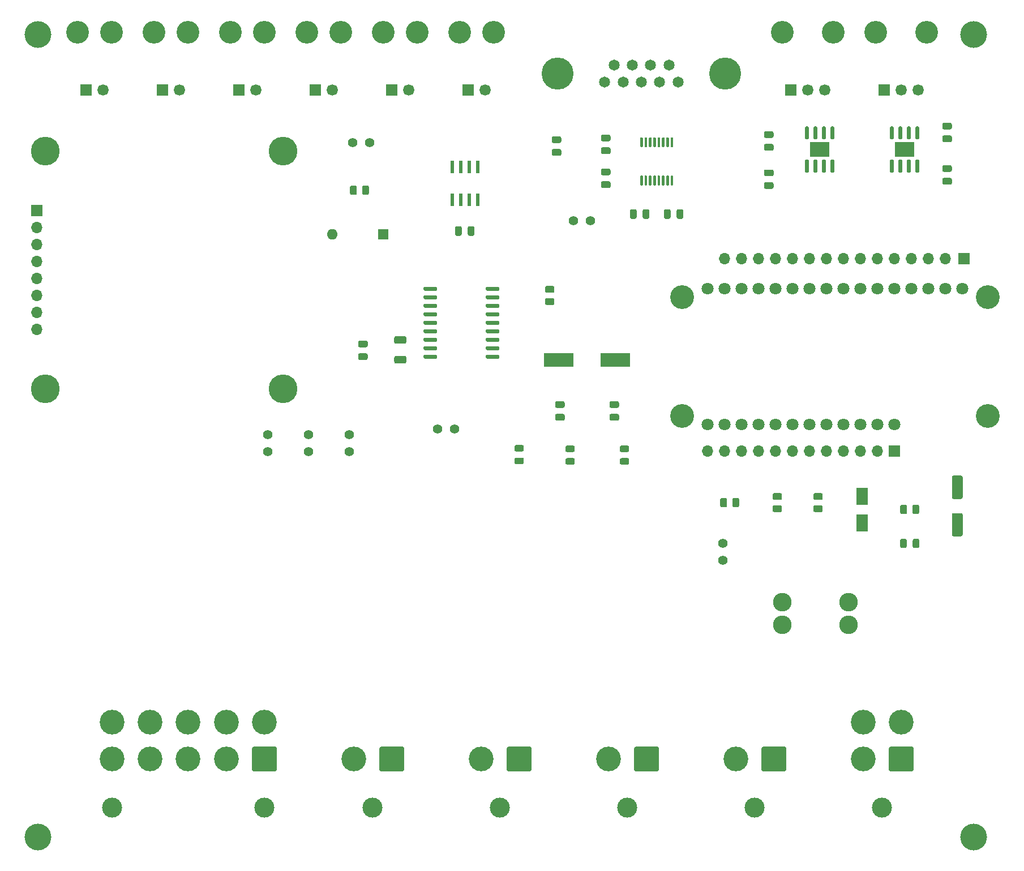
<source format=gts>
G04 #@! TF.GenerationSoftware,KiCad,Pcbnew,(5.1.9-0-10_14)*
G04 #@! TF.CreationDate,2021-09-09T18:13:48-07:00*
G04 #@! TF.ProjectId,telemetry-pcb,74656c65-6d65-4747-9279-2d7063622e6b,rev?*
G04 #@! TF.SameCoordinates,Original*
G04 #@! TF.FileFunction,Soldermask,Top*
G04 #@! TF.FilePolarity,Negative*
%FSLAX46Y46*%
G04 Gerber Fmt 4.6, Leading zero omitted, Abs format (unit mm)*
G04 Created by KiCad (PCBNEW (5.1.9-0-10_14)) date 2021-09-09 18:13:48*
%MOMM*%
%LPD*%
G01*
G04 APERTURE LIST*
%ADD10C,1.400000*%
%ADD11O,1.700000X1.700000*%
%ADD12R,1.700000X1.700000*%
%ADD13O,4.300000X4.300000*%
%ADD14C,4.300000*%
%ADD15O,1.600000X1.600000*%
%ADD16R,1.600000X1.600000*%
%ADD17C,1.800000*%
%ADD18C,3.556000*%
%ADD19R,4.500000X2.000000*%
%ADD20C,3.400000*%
%ADD21C,1.690000*%
%ADD22R,1.690000X1.690000*%
%ADD23C,4.800000*%
%ADD24C,1.650000*%
%ADD25C,3.000000*%
%ADD26C,3.700000*%
%ADD27R,3.000000X2.290000*%
%ADD28R,0.600000X1.970000*%
%ADD29C,4.000000*%
%ADD30C,2.780000*%
%ADD31R,1.800000X2.500000*%
G04 APERTURE END LIST*
G36*
G01*
X185820000Y-96462002D02*
X185820000Y-95561998D01*
G75*
G02*
X186069998Y-95312000I249998J0D01*
G01*
X186595002Y-95312000D01*
G75*
G02*
X186845000Y-95561998I0J-249998D01*
G01*
X186845000Y-96462002D01*
G75*
G02*
X186595002Y-96712000I-249998J0D01*
G01*
X186069998Y-96712000D01*
G75*
G02*
X185820000Y-96462002I0J249998D01*
G01*
G37*
G36*
G01*
X183995000Y-96462002D02*
X183995000Y-95561998D01*
G75*
G02*
X184244998Y-95312000I249998J0D01*
G01*
X184770002Y-95312000D01*
G75*
G02*
X185020000Y-95561998I0J-249998D01*
G01*
X185020000Y-96462002D01*
G75*
G02*
X184770002Y-96712000I-249998J0D01*
G01*
X184244998Y-96712000D01*
G75*
G02*
X183995000Y-96462002I0J249998D01*
G01*
G37*
G36*
G01*
X158096000Y-94545998D02*
X158096000Y-95446002D01*
G75*
G02*
X157846002Y-95696000I-249998J0D01*
G01*
X157320998Y-95696000D01*
G75*
G02*
X157071000Y-95446002I0J249998D01*
G01*
X157071000Y-94545998D01*
G75*
G02*
X157320998Y-94296000I249998J0D01*
G01*
X157846002Y-94296000D01*
G75*
G02*
X158096000Y-94545998I0J-249998D01*
G01*
G37*
G36*
G01*
X159921000Y-94545998D02*
X159921000Y-95446002D01*
G75*
G02*
X159671002Y-95696000I-249998J0D01*
G01*
X159145998Y-95696000D01*
G75*
G02*
X158896000Y-95446002I0J249998D01*
G01*
X158896000Y-94545998D01*
G75*
G02*
X159145998Y-94296000I249998J0D01*
G01*
X159671002Y-94296000D01*
G75*
G02*
X159921000Y-94545998I0J-249998D01*
G01*
G37*
G36*
G01*
X165157998Y-95396000D02*
X166058002Y-95396000D01*
G75*
G02*
X166308000Y-95645998I0J-249998D01*
G01*
X166308000Y-96171002D01*
G75*
G02*
X166058002Y-96421000I-249998J0D01*
G01*
X165157998Y-96421000D01*
G75*
G02*
X164908000Y-96171002I0J249998D01*
G01*
X164908000Y-95645998D01*
G75*
G02*
X165157998Y-95396000I249998J0D01*
G01*
G37*
G36*
G01*
X165157998Y-93571000D02*
X166058002Y-93571000D01*
G75*
G02*
X166308000Y-93820998I0J-249998D01*
G01*
X166308000Y-94346002D01*
G75*
G02*
X166058002Y-94596000I-249998J0D01*
G01*
X165157998Y-94596000D01*
G75*
G02*
X164908000Y-94346002I0J249998D01*
G01*
X164908000Y-93820998D01*
G75*
G02*
X165157998Y-93571000I249998J0D01*
G01*
G37*
G36*
G01*
X171253998Y-95396000D02*
X172154002Y-95396000D01*
G75*
G02*
X172404000Y-95645998I0J-249998D01*
G01*
X172404000Y-96171002D01*
G75*
G02*
X172154002Y-96421000I-249998J0D01*
G01*
X171253998Y-96421000D01*
G75*
G02*
X171004000Y-96171002I0J249998D01*
G01*
X171004000Y-95645998D01*
G75*
G02*
X171253998Y-95396000I249998J0D01*
G01*
G37*
G36*
G01*
X171253998Y-93571000D02*
X172154002Y-93571000D01*
G75*
G02*
X172404000Y-93820998I0J-249998D01*
G01*
X172404000Y-94346002D01*
G75*
G02*
X172154002Y-94596000I-249998J0D01*
G01*
X171253998Y-94596000D01*
G75*
G02*
X171004000Y-94346002I0J249998D01*
G01*
X171004000Y-93820998D01*
G75*
G02*
X171253998Y-93571000I249998J0D01*
G01*
G37*
G36*
G01*
X143204250Y-87434000D02*
X142291750Y-87434000D01*
G75*
G02*
X142048000Y-87190250I0J243750D01*
G01*
X142048000Y-86702750D01*
G75*
G02*
X142291750Y-86459000I243750J0D01*
G01*
X143204250Y-86459000D01*
G75*
G02*
X143448000Y-86702750I0J-243750D01*
G01*
X143448000Y-87190250D01*
G75*
G02*
X143204250Y-87434000I-243750J0D01*
G01*
G37*
G36*
G01*
X143204250Y-89309000D02*
X142291750Y-89309000D01*
G75*
G02*
X142048000Y-89065250I0J243750D01*
G01*
X142048000Y-88577750D01*
G75*
G02*
X142291750Y-88334000I243750J0D01*
G01*
X143204250Y-88334000D01*
G75*
G02*
X143448000Y-88577750I0J-243750D01*
G01*
X143448000Y-89065250D01*
G75*
G02*
X143204250Y-89309000I-243750J0D01*
G01*
G37*
G36*
G01*
X135076250Y-87434000D02*
X134163750Y-87434000D01*
G75*
G02*
X133920000Y-87190250I0J243750D01*
G01*
X133920000Y-86702750D01*
G75*
G02*
X134163750Y-86459000I243750J0D01*
G01*
X135076250Y-86459000D01*
G75*
G02*
X135320000Y-86702750I0J-243750D01*
G01*
X135320000Y-87190250D01*
G75*
G02*
X135076250Y-87434000I-243750J0D01*
G01*
G37*
G36*
G01*
X135076250Y-89309000D02*
X134163750Y-89309000D01*
G75*
G02*
X133920000Y-89065250I0J243750D01*
G01*
X133920000Y-88577750D01*
G75*
G02*
X134163750Y-88334000I243750J0D01*
G01*
X135076250Y-88334000D01*
G75*
G02*
X135320000Y-88577750I0J-243750D01*
G01*
X135320000Y-89065250D01*
G75*
G02*
X135076250Y-89309000I-243750J0D01*
G01*
G37*
G36*
G01*
X127456250Y-87355500D02*
X126543750Y-87355500D01*
G75*
G02*
X126300000Y-87111750I0J243750D01*
G01*
X126300000Y-86624250D01*
G75*
G02*
X126543750Y-86380500I243750J0D01*
G01*
X127456250Y-86380500D01*
G75*
G02*
X127700000Y-86624250I0J-243750D01*
G01*
X127700000Y-87111750D01*
G75*
G02*
X127456250Y-87355500I-243750J0D01*
G01*
G37*
G36*
G01*
X127456250Y-89230500D02*
X126543750Y-89230500D01*
G75*
G02*
X126300000Y-88986750I0J243750D01*
G01*
X126300000Y-88499250D01*
G75*
G02*
X126543750Y-88255500I243750J0D01*
G01*
X127456250Y-88255500D01*
G75*
G02*
X127700000Y-88499250I0J-243750D01*
G01*
X127700000Y-88986750D01*
G75*
G02*
X127456250Y-89230500I-243750J0D01*
G01*
G37*
G36*
G01*
X185870000Y-101548250D02*
X185870000Y-100635750D01*
G75*
G02*
X186113750Y-100392000I243750J0D01*
G01*
X186601250Y-100392000D01*
G75*
G02*
X186845000Y-100635750I0J-243750D01*
G01*
X186845000Y-101548250D01*
G75*
G02*
X186601250Y-101792000I-243750J0D01*
G01*
X186113750Y-101792000D01*
G75*
G02*
X185870000Y-101548250I0J243750D01*
G01*
G37*
G36*
G01*
X183995000Y-101548250D02*
X183995000Y-100635750D01*
G75*
G02*
X184238750Y-100392000I243750J0D01*
G01*
X184726250Y-100392000D01*
G75*
G02*
X184970000Y-100635750I0J-243750D01*
G01*
X184970000Y-101548250D01*
G75*
G02*
X184726250Y-101792000I-243750J0D01*
G01*
X184238750Y-101792000D01*
G75*
G02*
X183995000Y-101548250I0J243750D01*
G01*
G37*
D10*
X101600000Y-84836000D03*
X101600000Y-87376000D03*
X95504000Y-84836000D03*
X95504000Y-87376000D03*
X89408000Y-84836000D03*
X89408000Y-87376000D03*
D11*
X54864000Y-69088000D03*
X54864000Y-66548000D03*
X54864000Y-64008000D03*
X54864000Y-61468000D03*
X54864000Y-58928000D03*
X54864000Y-56388000D03*
X54864000Y-53848000D03*
D12*
X54864000Y-51308000D03*
D13*
X56134000Y-42418000D03*
D14*
X91694000Y-42418000D03*
D13*
X91694000Y-77978000D03*
X56134000Y-77978000D03*
D11*
X155192607Y-87319463D03*
X157732607Y-87319463D03*
X160272607Y-87319463D03*
X162812607Y-87319463D03*
X165352607Y-87319463D03*
X167892607Y-87319463D03*
X170432607Y-87319463D03*
X172972607Y-87319463D03*
X175512607Y-87319463D03*
X178052607Y-87319463D03*
X180592607Y-87319463D03*
D12*
X183132607Y-87319463D03*
D11*
X157735235Y-58506104D03*
X160275235Y-58506104D03*
X162815235Y-58506104D03*
X165355235Y-58506104D03*
X167895235Y-58506104D03*
X170435235Y-58506104D03*
X172975235Y-58506104D03*
X175515235Y-58506104D03*
X178055235Y-58506104D03*
X180595235Y-58506104D03*
X183135235Y-58506104D03*
X185675235Y-58506104D03*
X188215235Y-58506104D03*
X190755235Y-58506104D03*
D12*
X193513235Y-58506104D03*
D15*
X99060000Y-54864000D03*
D16*
X106680000Y-54864000D03*
D17*
X183134000Y-83312000D03*
X180594000Y-83312000D03*
X178054000Y-83312000D03*
X175514000Y-83312000D03*
X172974000Y-83312000D03*
X170434000Y-83312000D03*
X167894000Y-83312000D03*
X165354000Y-83312000D03*
X162814000Y-83312000D03*
X160274000Y-83312000D03*
X157734000Y-83312000D03*
X155194000Y-83312000D03*
X155194000Y-62992000D03*
X157734000Y-62992000D03*
X160274000Y-62992000D03*
X162814000Y-62992000D03*
X165354000Y-62992000D03*
X167894000Y-62992000D03*
X170434000Y-62992000D03*
X172974000Y-62992000D03*
X175514000Y-62992000D03*
X178054000Y-62992000D03*
X180594000Y-62992000D03*
X183134000Y-62992000D03*
X185674000Y-62992000D03*
X188214000Y-62992000D03*
X190754000Y-62992000D03*
X193294000Y-62992000D03*
D18*
X151384000Y-64262000D03*
X197104000Y-64262000D03*
X151384000Y-82042000D03*
X197104000Y-82042000D03*
D19*
X141410000Y-73660000D03*
X132910000Y-73660000D03*
D20*
X166370000Y-24605000D03*
X173990000Y-24605000D03*
D21*
X172720000Y-33245000D03*
X170180000Y-33245000D03*
D22*
X167640000Y-33245000D03*
D20*
X180340000Y-24605000D03*
X187960000Y-24605000D03*
D21*
X186690000Y-33245000D03*
X184150000Y-33245000D03*
D22*
X181610000Y-33245000D03*
D23*
X132788000Y-30850000D03*
X157788000Y-30850000D03*
D24*
X141178000Y-29580000D03*
X143918000Y-29580000D03*
X146658000Y-29580000D03*
X149398000Y-29580000D03*
X139808000Y-32120000D03*
X142548000Y-32120000D03*
X145288000Y-32120000D03*
X148028000Y-32120000D03*
X150768000Y-32120000D03*
D25*
X162250000Y-140650000D03*
D26*
X159400000Y-133350000D03*
G36*
G01*
X166950000Y-131750000D02*
X166950000Y-134950000D01*
G75*
G02*
X166700000Y-135200000I-250000J0D01*
G01*
X163500000Y-135200000D01*
G75*
G02*
X163250000Y-134950000I0J250000D01*
G01*
X163250000Y-131750000D01*
G75*
G02*
X163500000Y-131500000I250000J0D01*
G01*
X166700000Y-131500000D01*
G75*
G02*
X166950000Y-131750000I0J-250000D01*
G01*
G37*
D25*
X143200000Y-140650000D03*
D26*
X140350000Y-133350000D03*
G36*
G01*
X147900000Y-131750000D02*
X147900000Y-134950000D01*
G75*
G02*
X147650000Y-135200000I-250000J0D01*
G01*
X144450000Y-135200000D01*
G75*
G02*
X144200000Y-134950000I0J250000D01*
G01*
X144200000Y-131750000D01*
G75*
G02*
X144450000Y-131500000I250000J0D01*
G01*
X147650000Y-131500000D01*
G75*
G02*
X147900000Y-131750000I0J-250000D01*
G01*
G37*
D25*
X124150000Y-140650000D03*
D26*
X121300000Y-133350000D03*
G36*
G01*
X128850000Y-131750000D02*
X128850000Y-134950000D01*
G75*
G02*
X128600000Y-135200000I-250000J0D01*
G01*
X125400000Y-135200000D01*
G75*
G02*
X125150000Y-134950000I0J250000D01*
G01*
X125150000Y-131750000D01*
G75*
G02*
X125400000Y-131500000I250000J0D01*
G01*
X128600000Y-131500000D01*
G75*
G02*
X128850000Y-131750000I0J-250000D01*
G01*
G37*
D25*
X105100000Y-140650000D03*
D26*
X102250000Y-133350000D03*
G36*
G01*
X109800000Y-131750000D02*
X109800000Y-134950000D01*
G75*
G02*
X109550000Y-135200000I-250000J0D01*
G01*
X106350000Y-135200000D01*
G75*
G02*
X106100000Y-134950000I0J250000D01*
G01*
X106100000Y-131750000D01*
G75*
G02*
X106350000Y-131500000I250000J0D01*
G01*
X109550000Y-131500000D01*
G75*
G02*
X109800000Y-131750000I0J-250000D01*
G01*
G37*
G36*
G01*
X145399000Y-41817000D02*
X145199000Y-41817000D01*
G75*
G02*
X145099000Y-41717000I0J100000D01*
G01*
X145099000Y-40442000D01*
G75*
G02*
X145199000Y-40342000I100000J0D01*
G01*
X145399000Y-40342000D01*
G75*
G02*
X145499000Y-40442000I0J-100000D01*
G01*
X145499000Y-41717000D01*
G75*
G02*
X145399000Y-41817000I-100000J0D01*
G01*
G37*
G36*
G01*
X146049000Y-41817000D02*
X145849000Y-41817000D01*
G75*
G02*
X145749000Y-41717000I0J100000D01*
G01*
X145749000Y-40442000D01*
G75*
G02*
X145849000Y-40342000I100000J0D01*
G01*
X146049000Y-40342000D01*
G75*
G02*
X146149000Y-40442000I0J-100000D01*
G01*
X146149000Y-41717000D01*
G75*
G02*
X146049000Y-41817000I-100000J0D01*
G01*
G37*
G36*
G01*
X146699000Y-41817000D02*
X146499000Y-41817000D01*
G75*
G02*
X146399000Y-41717000I0J100000D01*
G01*
X146399000Y-40442000D01*
G75*
G02*
X146499000Y-40342000I100000J0D01*
G01*
X146699000Y-40342000D01*
G75*
G02*
X146799000Y-40442000I0J-100000D01*
G01*
X146799000Y-41717000D01*
G75*
G02*
X146699000Y-41817000I-100000J0D01*
G01*
G37*
G36*
G01*
X147349000Y-41817000D02*
X147149000Y-41817000D01*
G75*
G02*
X147049000Y-41717000I0J100000D01*
G01*
X147049000Y-40442000D01*
G75*
G02*
X147149000Y-40342000I100000J0D01*
G01*
X147349000Y-40342000D01*
G75*
G02*
X147449000Y-40442000I0J-100000D01*
G01*
X147449000Y-41717000D01*
G75*
G02*
X147349000Y-41817000I-100000J0D01*
G01*
G37*
G36*
G01*
X147999000Y-41817000D02*
X147799000Y-41817000D01*
G75*
G02*
X147699000Y-41717000I0J100000D01*
G01*
X147699000Y-40442000D01*
G75*
G02*
X147799000Y-40342000I100000J0D01*
G01*
X147999000Y-40342000D01*
G75*
G02*
X148099000Y-40442000I0J-100000D01*
G01*
X148099000Y-41717000D01*
G75*
G02*
X147999000Y-41817000I-100000J0D01*
G01*
G37*
G36*
G01*
X148649000Y-41817000D02*
X148449000Y-41817000D01*
G75*
G02*
X148349000Y-41717000I0J100000D01*
G01*
X148349000Y-40442000D01*
G75*
G02*
X148449000Y-40342000I100000J0D01*
G01*
X148649000Y-40342000D01*
G75*
G02*
X148749000Y-40442000I0J-100000D01*
G01*
X148749000Y-41717000D01*
G75*
G02*
X148649000Y-41817000I-100000J0D01*
G01*
G37*
G36*
G01*
X149299000Y-41817000D02*
X149099000Y-41817000D01*
G75*
G02*
X148999000Y-41717000I0J100000D01*
G01*
X148999000Y-40442000D01*
G75*
G02*
X149099000Y-40342000I100000J0D01*
G01*
X149299000Y-40342000D01*
G75*
G02*
X149399000Y-40442000I0J-100000D01*
G01*
X149399000Y-41717000D01*
G75*
G02*
X149299000Y-41817000I-100000J0D01*
G01*
G37*
G36*
G01*
X149949000Y-41817000D02*
X149749000Y-41817000D01*
G75*
G02*
X149649000Y-41717000I0J100000D01*
G01*
X149649000Y-40442000D01*
G75*
G02*
X149749000Y-40342000I100000J0D01*
G01*
X149949000Y-40342000D01*
G75*
G02*
X150049000Y-40442000I0J-100000D01*
G01*
X150049000Y-41717000D01*
G75*
G02*
X149949000Y-41817000I-100000J0D01*
G01*
G37*
G36*
G01*
X149949000Y-47542000D02*
X149749000Y-47542000D01*
G75*
G02*
X149649000Y-47442000I0J100000D01*
G01*
X149649000Y-46167000D01*
G75*
G02*
X149749000Y-46067000I100000J0D01*
G01*
X149949000Y-46067000D01*
G75*
G02*
X150049000Y-46167000I0J-100000D01*
G01*
X150049000Y-47442000D01*
G75*
G02*
X149949000Y-47542000I-100000J0D01*
G01*
G37*
G36*
G01*
X149299000Y-47542000D02*
X149099000Y-47542000D01*
G75*
G02*
X148999000Y-47442000I0J100000D01*
G01*
X148999000Y-46167000D01*
G75*
G02*
X149099000Y-46067000I100000J0D01*
G01*
X149299000Y-46067000D01*
G75*
G02*
X149399000Y-46167000I0J-100000D01*
G01*
X149399000Y-47442000D01*
G75*
G02*
X149299000Y-47542000I-100000J0D01*
G01*
G37*
G36*
G01*
X148649000Y-47542000D02*
X148449000Y-47542000D01*
G75*
G02*
X148349000Y-47442000I0J100000D01*
G01*
X148349000Y-46167000D01*
G75*
G02*
X148449000Y-46067000I100000J0D01*
G01*
X148649000Y-46067000D01*
G75*
G02*
X148749000Y-46167000I0J-100000D01*
G01*
X148749000Y-47442000D01*
G75*
G02*
X148649000Y-47542000I-100000J0D01*
G01*
G37*
G36*
G01*
X147999000Y-47542000D02*
X147799000Y-47542000D01*
G75*
G02*
X147699000Y-47442000I0J100000D01*
G01*
X147699000Y-46167000D01*
G75*
G02*
X147799000Y-46067000I100000J0D01*
G01*
X147999000Y-46067000D01*
G75*
G02*
X148099000Y-46167000I0J-100000D01*
G01*
X148099000Y-47442000D01*
G75*
G02*
X147999000Y-47542000I-100000J0D01*
G01*
G37*
G36*
G01*
X147349000Y-47542000D02*
X147149000Y-47542000D01*
G75*
G02*
X147049000Y-47442000I0J100000D01*
G01*
X147049000Y-46167000D01*
G75*
G02*
X147149000Y-46067000I100000J0D01*
G01*
X147349000Y-46067000D01*
G75*
G02*
X147449000Y-46167000I0J-100000D01*
G01*
X147449000Y-47442000D01*
G75*
G02*
X147349000Y-47542000I-100000J0D01*
G01*
G37*
G36*
G01*
X146699000Y-47542000D02*
X146499000Y-47542000D01*
G75*
G02*
X146399000Y-47442000I0J100000D01*
G01*
X146399000Y-46167000D01*
G75*
G02*
X146499000Y-46067000I100000J0D01*
G01*
X146699000Y-46067000D01*
G75*
G02*
X146799000Y-46167000I0J-100000D01*
G01*
X146799000Y-47442000D01*
G75*
G02*
X146699000Y-47542000I-100000J0D01*
G01*
G37*
G36*
G01*
X146049000Y-47542000D02*
X145849000Y-47542000D01*
G75*
G02*
X145749000Y-47442000I0J100000D01*
G01*
X145749000Y-46167000D01*
G75*
G02*
X145849000Y-46067000I100000J0D01*
G01*
X146049000Y-46067000D01*
G75*
G02*
X146149000Y-46167000I0J-100000D01*
G01*
X146149000Y-47442000D01*
G75*
G02*
X146049000Y-47542000I-100000J0D01*
G01*
G37*
G36*
G01*
X145399000Y-47542000D02*
X145199000Y-47542000D01*
G75*
G02*
X145099000Y-47442000I0J100000D01*
G01*
X145099000Y-46167000D01*
G75*
G02*
X145199000Y-46067000I100000J0D01*
G01*
X145399000Y-46067000D01*
G75*
G02*
X145499000Y-46167000I0J-100000D01*
G01*
X145499000Y-47442000D01*
G75*
G02*
X145399000Y-47542000I-100000J0D01*
G01*
G37*
D27*
X171958000Y-42164000D03*
G36*
G01*
X173713000Y-43664000D02*
X174013000Y-43664000D01*
G75*
G02*
X174163000Y-43814000I0J-150000D01*
G01*
X174163000Y-45464000D01*
G75*
G02*
X174013000Y-45614000I-150000J0D01*
G01*
X173713000Y-45614000D01*
G75*
G02*
X173563000Y-45464000I0J150000D01*
G01*
X173563000Y-43814000D01*
G75*
G02*
X173713000Y-43664000I150000J0D01*
G01*
G37*
G36*
G01*
X172443000Y-43664000D02*
X172743000Y-43664000D01*
G75*
G02*
X172893000Y-43814000I0J-150000D01*
G01*
X172893000Y-45464000D01*
G75*
G02*
X172743000Y-45614000I-150000J0D01*
G01*
X172443000Y-45614000D01*
G75*
G02*
X172293000Y-45464000I0J150000D01*
G01*
X172293000Y-43814000D01*
G75*
G02*
X172443000Y-43664000I150000J0D01*
G01*
G37*
G36*
G01*
X171173000Y-43664000D02*
X171473000Y-43664000D01*
G75*
G02*
X171623000Y-43814000I0J-150000D01*
G01*
X171623000Y-45464000D01*
G75*
G02*
X171473000Y-45614000I-150000J0D01*
G01*
X171173000Y-45614000D01*
G75*
G02*
X171023000Y-45464000I0J150000D01*
G01*
X171023000Y-43814000D01*
G75*
G02*
X171173000Y-43664000I150000J0D01*
G01*
G37*
G36*
G01*
X169903000Y-43664000D02*
X170203000Y-43664000D01*
G75*
G02*
X170353000Y-43814000I0J-150000D01*
G01*
X170353000Y-45464000D01*
G75*
G02*
X170203000Y-45614000I-150000J0D01*
G01*
X169903000Y-45614000D01*
G75*
G02*
X169753000Y-45464000I0J150000D01*
G01*
X169753000Y-43814000D01*
G75*
G02*
X169903000Y-43664000I150000J0D01*
G01*
G37*
G36*
G01*
X169903000Y-38714000D02*
X170203000Y-38714000D01*
G75*
G02*
X170353000Y-38864000I0J-150000D01*
G01*
X170353000Y-40514000D01*
G75*
G02*
X170203000Y-40664000I-150000J0D01*
G01*
X169903000Y-40664000D01*
G75*
G02*
X169753000Y-40514000I0J150000D01*
G01*
X169753000Y-38864000D01*
G75*
G02*
X169903000Y-38714000I150000J0D01*
G01*
G37*
G36*
G01*
X171173000Y-38714000D02*
X171473000Y-38714000D01*
G75*
G02*
X171623000Y-38864000I0J-150000D01*
G01*
X171623000Y-40514000D01*
G75*
G02*
X171473000Y-40664000I-150000J0D01*
G01*
X171173000Y-40664000D01*
G75*
G02*
X171023000Y-40514000I0J150000D01*
G01*
X171023000Y-38864000D01*
G75*
G02*
X171173000Y-38714000I150000J0D01*
G01*
G37*
G36*
G01*
X172443000Y-38714000D02*
X172743000Y-38714000D01*
G75*
G02*
X172893000Y-38864000I0J-150000D01*
G01*
X172893000Y-40514000D01*
G75*
G02*
X172743000Y-40664000I-150000J0D01*
G01*
X172443000Y-40664000D01*
G75*
G02*
X172293000Y-40514000I0J150000D01*
G01*
X172293000Y-38864000D01*
G75*
G02*
X172443000Y-38714000I150000J0D01*
G01*
G37*
G36*
G01*
X173713000Y-38714000D02*
X174013000Y-38714000D01*
G75*
G02*
X174163000Y-38864000I0J-150000D01*
G01*
X174163000Y-40514000D01*
G75*
G02*
X174013000Y-40664000I-150000J0D01*
G01*
X173713000Y-40664000D01*
G75*
G02*
X173563000Y-40514000I0J150000D01*
G01*
X173563000Y-38864000D01*
G75*
G02*
X173713000Y-38714000I150000J0D01*
G01*
G37*
X184658000Y-42164000D03*
G36*
G01*
X186413000Y-43664000D02*
X186713000Y-43664000D01*
G75*
G02*
X186863000Y-43814000I0J-150000D01*
G01*
X186863000Y-45464000D01*
G75*
G02*
X186713000Y-45614000I-150000J0D01*
G01*
X186413000Y-45614000D01*
G75*
G02*
X186263000Y-45464000I0J150000D01*
G01*
X186263000Y-43814000D01*
G75*
G02*
X186413000Y-43664000I150000J0D01*
G01*
G37*
G36*
G01*
X185143000Y-43664000D02*
X185443000Y-43664000D01*
G75*
G02*
X185593000Y-43814000I0J-150000D01*
G01*
X185593000Y-45464000D01*
G75*
G02*
X185443000Y-45614000I-150000J0D01*
G01*
X185143000Y-45614000D01*
G75*
G02*
X184993000Y-45464000I0J150000D01*
G01*
X184993000Y-43814000D01*
G75*
G02*
X185143000Y-43664000I150000J0D01*
G01*
G37*
G36*
G01*
X183873000Y-43664000D02*
X184173000Y-43664000D01*
G75*
G02*
X184323000Y-43814000I0J-150000D01*
G01*
X184323000Y-45464000D01*
G75*
G02*
X184173000Y-45614000I-150000J0D01*
G01*
X183873000Y-45614000D01*
G75*
G02*
X183723000Y-45464000I0J150000D01*
G01*
X183723000Y-43814000D01*
G75*
G02*
X183873000Y-43664000I150000J0D01*
G01*
G37*
G36*
G01*
X182603000Y-43664000D02*
X182903000Y-43664000D01*
G75*
G02*
X183053000Y-43814000I0J-150000D01*
G01*
X183053000Y-45464000D01*
G75*
G02*
X182903000Y-45614000I-150000J0D01*
G01*
X182603000Y-45614000D01*
G75*
G02*
X182453000Y-45464000I0J150000D01*
G01*
X182453000Y-43814000D01*
G75*
G02*
X182603000Y-43664000I150000J0D01*
G01*
G37*
G36*
G01*
X182603000Y-38714000D02*
X182903000Y-38714000D01*
G75*
G02*
X183053000Y-38864000I0J-150000D01*
G01*
X183053000Y-40514000D01*
G75*
G02*
X182903000Y-40664000I-150000J0D01*
G01*
X182603000Y-40664000D01*
G75*
G02*
X182453000Y-40514000I0J150000D01*
G01*
X182453000Y-38864000D01*
G75*
G02*
X182603000Y-38714000I150000J0D01*
G01*
G37*
G36*
G01*
X183873000Y-38714000D02*
X184173000Y-38714000D01*
G75*
G02*
X184323000Y-38864000I0J-150000D01*
G01*
X184323000Y-40514000D01*
G75*
G02*
X184173000Y-40664000I-150000J0D01*
G01*
X183873000Y-40664000D01*
G75*
G02*
X183723000Y-40514000I0J150000D01*
G01*
X183723000Y-38864000D01*
G75*
G02*
X183873000Y-38714000I150000J0D01*
G01*
G37*
G36*
G01*
X185143000Y-38714000D02*
X185443000Y-38714000D01*
G75*
G02*
X185593000Y-38864000I0J-150000D01*
G01*
X185593000Y-40514000D01*
G75*
G02*
X185443000Y-40664000I-150000J0D01*
G01*
X185143000Y-40664000D01*
G75*
G02*
X184993000Y-40514000I0J150000D01*
G01*
X184993000Y-38864000D01*
G75*
G02*
X185143000Y-38714000I150000J0D01*
G01*
G37*
G36*
G01*
X186413000Y-38714000D02*
X186713000Y-38714000D01*
G75*
G02*
X186863000Y-38864000I0J-150000D01*
G01*
X186863000Y-40514000D01*
G75*
G02*
X186713000Y-40664000I-150000J0D01*
G01*
X186413000Y-40664000D01*
G75*
G02*
X186263000Y-40514000I0J150000D01*
G01*
X186263000Y-38864000D01*
G75*
G02*
X186413000Y-38714000I150000J0D01*
G01*
G37*
G36*
G01*
X132022002Y-63608000D02*
X131121998Y-63608000D01*
G75*
G02*
X130872000Y-63358002I0J249998D01*
G01*
X130872000Y-62832998D01*
G75*
G02*
X131121998Y-62583000I249998J0D01*
G01*
X132022002Y-62583000D01*
G75*
G02*
X132272000Y-62832998I0J-249998D01*
G01*
X132272000Y-63358002D01*
G75*
G02*
X132022002Y-63608000I-249998J0D01*
G01*
G37*
G36*
G01*
X132022002Y-65433000D02*
X131121998Y-65433000D01*
G75*
G02*
X130872000Y-65183002I0J249998D01*
G01*
X130872000Y-64657998D01*
G75*
G02*
X131121998Y-64408000I249998J0D01*
G01*
X132022002Y-64408000D01*
G75*
G02*
X132272000Y-64657998I0J-249998D01*
G01*
X132272000Y-65183002D01*
G75*
G02*
X132022002Y-65433000I-249998J0D01*
G01*
G37*
G36*
G01*
X121989000Y-63142000D02*
X121989000Y-62842000D01*
G75*
G02*
X122139000Y-62692000I150000J0D01*
G01*
X123889000Y-62692000D01*
G75*
G02*
X124039000Y-62842000I0J-150000D01*
G01*
X124039000Y-63142000D01*
G75*
G02*
X123889000Y-63292000I-150000J0D01*
G01*
X122139000Y-63292000D01*
G75*
G02*
X121989000Y-63142000I0J150000D01*
G01*
G37*
G36*
G01*
X121989000Y-64412000D02*
X121989000Y-64112000D01*
G75*
G02*
X122139000Y-63962000I150000J0D01*
G01*
X123889000Y-63962000D01*
G75*
G02*
X124039000Y-64112000I0J-150000D01*
G01*
X124039000Y-64412000D01*
G75*
G02*
X123889000Y-64562000I-150000J0D01*
G01*
X122139000Y-64562000D01*
G75*
G02*
X121989000Y-64412000I0J150000D01*
G01*
G37*
G36*
G01*
X121989000Y-65682000D02*
X121989000Y-65382000D01*
G75*
G02*
X122139000Y-65232000I150000J0D01*
G01*
X123889000Y-65232000D01*
G75*
G02*
X124039000Y-65382000I0J-150000D01*
G01*
X124039000Y-65682000D01*
G75*
G02*
X123889000Y-65832000I-150000J0D01*
G01*
X122139000Y-65832000D01*
G75*
G02*
X121989000Y-65682000I0J150000D01*
G01*
G37*
G36*
G01*
X121989000Y-66952000D02*
X121989000Y-66652000D01*
G75*
G02*
X122139000Y-66502000I150000J0D01*
G01*
X123889000Y-66502000D01*
G75*
G02*
X124039000Y-66652000I0J-150000D01*
G01*
X124039000Y-66952000D01*
G75*
G02*
X123889000Y-67102000I-150000J0D01*
G01*
X122139000Y-67102000D01*
G75*
G02*
X121989000Y-66952000I0J150000D01*
G01*
G37*
G36*
G01*
X121989000Y-68222000D02*
X121989000Y-67922000D01*
G75*
G02*
X122139000Y-67772000I150000J0D01*
G01*
X123889000Y-67772000D01*
G75*
G02*
X124039000Y-67922000I0J-150000D01*
G01*
X124039000Y-68222000D01*
G75*
G02*
X123889000Y-68372000I-150000J0D01*
G01*
X122139000Y-68372000D01*
G75*
G02*
X121989000Y-68222000I0J150000D01*
G01*
G37*
G36*
G01*
X121989000Y-69492000D02*
X121989000Y-69192000D01*
G75*
G02*
X122139000Y-69042000I150000J0D01*
G01*
X123889000Y-69042000D01*
G75*
G02*
X124039000Y-69192000I0J-150000D01*
G01*
X124039000Y-69492000D01*
G75*
G02*
X123889000Y-69642000I-150000J0D01*
G01*
X122139000Y-69642000D01*
G75*
G02*
X121989000Y-69492000I0J150000D01*
G01*
G37*
G36*
G01*
X121989000Y-70762000D02*
X121989000Y-70462000D01*
G75*
G02*
X122139000Y-70312000I150000J0D01*
G01*
X123889000Y-70312000D01*
G75*
G02*
X124039000Y-70462000I0J-150000D01*
G01*
X124039000Y-70762000D01*
G75*
G02*
X123889000Y-70912000I-150000J0D01*
G01*
X122139000Y-70912000D01*
G75*
G02*
X121989000Y-70762000I0J150000D01*
G01*
G37*
G36*
G01*
X121989000Y-72032000D02*
X121989000Y-71732000D01*
G75*
G02*
X122139000Y-71582000I150000J0D01*
G01*
X123889000Y-71582000D01*
G75*
G02*
X124039000Y-71732000I0J-150000D01*
G01*
X124039000Y-72032000D01*
G75*
G02*
X123889000Y-72182000I-150000J0D01*
G01*
X122139000Y-72182000D01*
G75*
G02*
X121989000Y-72032000I0J150000D01*
G01*
G37*
G36*
G01*
X121989000Y-73302000D02*
X121989000Y-73002000D01*
G75*
G02*
X122139000Y-72852000I150000J0D01*
G01*
X123889000Y-72852000D01*
G75*
G02*
X124039000Y-73002000I0J-150000D01*
G01*
X124039000Y-73302000D01*
G75*
G02*
X123889000Y-73452000I-150000J0D01*
G01*
X122139000Y-73452000D01*
G75*
G02*
X121989000Y-73302000I0J150000D01*
G01*
G37*
G36*
G01*
X112689000Y-73302000D02*
X112689000Y-73002000D01*
G75*
G02*
X112839000Y-72852000I150000J0D01*
G01*
X114589000Y-72852000D01*
G75*
G02*
X114739000Y-73002000I0J-150000D01*
G01*
X114739000Y-73302000D01*
G75*
G02*
X114589000Y-73452000I-150000J0D01*
G01*
X112839000Y-73452000D01*
G75*
G02*
X112689000Y-73302000I0J150000D01*
G01*
G37*
G36*
G01*
X112689000Y-72032000D02*
X112689000Y-71732000D01*
G75*
G02*
X112839000Y-71582000I150000J0D01*
G01*
X114589000Y-71582000D01*
G75*
G02*
X114739000Y-71732000I0J-150000D01*
G01*
X114739000Y-72032000D01*
G75*
G02*
X114589000Y-72182000I-150000J0D01*
G01*
X112839000Y-72182000D01*
G75*
G02*
X112689000Y-72032000I0J150000D01*
G01*
G37*
G36*
G01*
X112689000Y-70762000D02*
X112689000Y-70462000D01*
G75*
G02*
X112839000Y-70312000I150000J0D01*
G01*
X114589000Y-70312000D01*
G75*
G02*
X114739000Y-70462000I0J-150000D01*
G01*
X114739000Y-70762000D01*
G75*
G02*
X114589000Y-70912000I-150000J0D01*
G01*
X112839000Y-70912000D01*
G75*
G02*
X112689000Y-70762000I0J150000D01*
G01*
G37*
G36*
G01*
X112689000Y-69492000D02*
X112689000Y-69192000D01*
G75*
G02*
X112839000Y-69042000I150000J0D01*
G01*
X114589000Y-69042000D01*
G75*
G02*
X114739000Y-69192000I0J-150000D01*
G01*
X114739000Y-69492000D01*
G75*
G02*
X114589000Y-69642000I-150000J0D01*
G01*
X112839000Y-69642000D01*
G75*
G02*
X112689000Y-69492000I0J150000D01*
G01*
G37*
G36*
G01*
X112689000Y-68222000D02*
X112689000Y-67922000D01*
G75*
G02*
X112839000Y-67772000I150000J0D01*
G01*
X114589000Y-67772000D01*
G75*
G02*
X114739000Y-67922000I0J-150000D01*
G01*
X114739000Y-68222000D01*
G75*
G02*
X114589000Y-68372000I-150000J0D01*
G01*
X112839000Y-68372000D01*
G75*
G02*
X112689000Y-68222000I0J150000D01*
G01*
G37*
G36*
G01*
X112689000Y-66952000D02*
X112689000Y-66652000D01*
G75*
G02*
X112839000Y-66502000I150000J0D01*
G01*
X114589000Y-66502000D01*
G75*
G02*
X114739000Y-66652000I0J-150000D01*
G01*
X114739000Y-66952000D01*
G75*
G02*
X114589000Y-67102000I-150000J0D01*
G01*
X112839000Y-67102000D01*
G75*
G02*
X112689000Y-66952000I0J150000D01*
G01*
G37*
G36*
G01*
X112689000Y-65682000D02*
X112689000Y-65382000D01*
G75*
G02*
X112839000Y-65232000I150000J0D01*
G01*
X114589000Y-65232000D01*
G75*
G02*
X114739000Y-65382000I0J-150000D01*
G01*
X114739000Y-65682000D01*
G75*
G02*
X114589000Y-65832000I-150000J0D01*
G01*
X112839000Y-65832000D01*
G75*
G02*
X112689000Y-65682000I0J150000D01*
G01*
G37*
G36*
G01*
X112689000Y-64412000D02*
X112689000Y-64112000D01*
G75*
G02*
X112839000Y-63962000I150000J0D01*
G01*
X114589000Y-63962000D01*
G75*
G02*
X114739000Y-64112000I0J-150000D01*
G01*
X114739000Y-64412000D01*
G75*
G02*
X114589000Y-64562000I-150000J0D01*
G01*
X112839000Y-64562000D01*
G75*
G02*
X112689000Y-64412000I0J150000D01*
G01*
G37*
G36*
G01*
X112689000Y-63142000D02*
X112689000Y-62842000D01*
G75*
G02*
X112839000Y-62692000I150000J0D01*
G01*
X114589000Y-62692000D01*
G75*
G02*
X114739000Y-62842000I0J-150000D01*
G01*
X114739000Y-63142000D01*
G75*
G02*
X114589000Y-63292000I-150000J0D01*
G01*
X112839000Y-63292000D01*
G75*
G02*
X112689000Y-63142000I0J150000D01*
G01*
G37*
D28*
X116967000Y-44774000D03*
X118237000Y-44774000D03*
X119507000Y-44774000D03*
X120777000Y-44774000D03*
X120777000Y-49714000D03*
X119507000Y-49714000D03*
X118237000Y-49714000D03*
X116967000Y-49714000D03*
G36*
G01*
X132113000Y-42106000D02*
X133063000Y-42106000D01*
G75*
G02*
X133313000Y-42356000I0J-250000D01*
G01*
X133313000Y-42856000D01*
G75*
G02*
X133063000Y-43106000I-250000J0D01*
G01*
X132113000Y-43106000D01*
G75*
G02*
X131863000Y-42856000I0J250000D01*
G01*
X131863000Y-42356000D01*
G75*
G02*
X132113000Y-42106000I250000J0D01*
G01*
G37*
G36*
G01*
X132113000Y-40206000D02*
X133063000Y-40206000D01*
G75*
G02*
X133313000Y-40456000I0J-250000D01*
G01*
X133313000Y-40956000D01*
G75*
G02*
X133063000Y-41206000I-250000J0D01*
G01*
X132113000Y-41206000D01*
G75*
G02*
X131863000Y-40956000I0J250000D01*
G01*
X131863000Y-40456000D01*
G75*
G02*
X132113000Y-40206000I250000J0D01*
G01*
G37*
G36*
G01*
X193082000Y-94454000D02*
X191982000Y-94454000D01*
G75*
G02*
X191732000Y-94204000I0J250000D01*
G01*
X191732000Y-91204000D01*
G75*
G02*
X191982000Y-90954000I250000J0D01*
G01*
X193082000Y-90954000D01*
G75*
G02*
X193332000Y-91204000I0J-250000D01*
G01*
X193332000Y-94204000D01*
G75*
G02*
X193082000Y-94454000I-250000J0D01*
G01*
G37*
G36*
G01*
X193082000Y-100054000D02*
X191982000Y-100054000D01*
G75*
G02*
X191732000Y-99804000I0J250000D01*
G01*
X191732000Y-96804000D01*
G75*
G02*
X191982000Y-96554000I250000J0D01*
G01*
X193082000Y-96554000D01*
G75*
G02*
X193332000Y-96804000I0J-250000D01*
G01*
X193332000Y-99804000D01*
G75*
G02*
X193082000Y-100054000I-250000J0D01*
G01*
G37*
G36*
G01*
X109870001Y-71236000D02*
X108569999Y-71236000D01*
G75*
G02*
X108320000Y-70986001I0J249999D01*
G01*
X108320000Y-70335999D01*
G75*
G02*
X108569999Y-70086000I249999J0D01*
G01*
X109870001Y-70086000D01*
G75*
G02*
X110120000Y-70335999I0J-249999D01*
G01*
X110120000Y-70986001D01*
G75*
G02*
X109870001Y-71236000I-249999J0D01*
G01*
G37*
G36*
G01*
X109870001Y-74186000D02*
X108569999Y-74186000D01*
G75*
G02*
X108320000Y-73936001I0J249999D01*
G01*
X108320000Y-73285999D01*
G75*
G02*
X108569999Y-73036000I249999J0D01*
G01*
X109870001Y-73036000D01*
G75*
G02*
X110120000Y-73285999I0J-249999D01*
G01*
X110120000Y-73936001D01*
G75*
G02*
X109870001Y-74186000I-249999J0D01*
G01*
G37*
G36*
G01*
X140749000Y-81730000D02*
X141699000Y-81730000D01*
G75*
G02*
X141949000Y-81980000I0J-250000D01*
G01*
X141949000Y-82480000D01*
G75*
G02*
X141699000Y-82730000I-250000J0D01*
G01*
X140749000Y-82730000D01*
G75*
G02*
X140499000Y-82480000I0J250000D01*
G01*
X140499000Y-81980000D01*
G75*
G02*
X140749000Y-81730000I250000J0D01*
G01*
G37*
G36*
G01*
X140749000Y-79830000D02*
X141699000Y-79830000D01*
G75*
G02*
X141949000Y-80080000I0J-250000D01*
G01*
X141949000Y-80580000D01*
G75*
G02*
X141699000Y-80830000I-250000J0D01*
G01*
X140749000Y-80830000D01*
G75*
G02*
X140499000Y-80580000I0J250000D01*
G01*
X140499000Y-80080000D01*
G75*
G02*
X140749000Y-79830000I250000J0D01*
G01*
G37*
G36*
G01*
X132621000Y-81730000D02*
X133571000Y-81730000D01*
G75*
G02*
X133821000Y-81980000I0J-250000D01*
G01*
X133821000Y-82480000D01*
G75*
G02*
X133571000Y-82730000I-250000J0D01*
G01*
X132621000Y-82730000D01*
G75*
G02*
X132371000Y-82480000I0J250000D01*
G01*
X132371000Y-81980000D01*
G75*
G02*
X132621000Y-81730000I250000J0D01*
G01*
G37*
G36*
G01*
X132621000Y-79830000D02*
X133571000Y-79830000D01*
G75*
G02*
X133821000Y-80080000I0J-250000D01*
G01*
X133821000Y-80580000D01*
G75*
G02*
X133571000Y-80830000I-250000J0D01*
G01*
X132621000Y-80830000D01*
G75*
G02*
X132371000Y-80580000I0J250000D01*
G01*
X132371000Y-80080000D01*
G75*
G02*
X132621000Y-79830000I250000J0D01*
G01*
G37*
G36*
G01*
X119322000Y-54831000D02*
X119322000Y-53881000D01*
G75*
G02*
X119572000Y-53631000I250000J0D01*
G01*
X120072000Y-53631000D01*
G75*
G02*
X120322000Y-53881000I0J-250000D01*
G01*
X120322000Y-54831000D01*
G75*
G02*
X120072000Y-55081000I-250000J0D01*
G01*
X119572000Y-55081000D01*
G75*
G02*
X119322000Y-54831000I0J250000D01*
G01*
G37*
G36*
G01*
X117422000Y-54831000D02*
X117422000Y-53881000D01*
G75*
G02*
X117672000Y-53631000I250000J0D01*
G01*
X118172000Y-53631000D01*
G75*
G02*
X118422000Y-53881000I0J-250000D01*
G01*
X118422000Y-54831000D01*
G75*
G02*
X118172000Y-55081000I-250000J0D01*
G01*
X117672000Y-55081000D01*
G75*
G02*
X117422000Y-54831000I0J250000D01*
G01*
G37*
G36*
G01*
X103157000Y-72652000D02*
X104107000Y-72652000D01*
G75*
G02*
X104357000Y-72902000I0J-250000D01*
G01*
X104357000Y-73402000D01*
G75*
G02*
X104107000Y-73652000I-250000J0D01*
G01*
X103157000Y-73652000D01*
G75*
G02*
X102907000Y-73402000I0J250000D01*
G01*
X102907000Y-72902000D01*
G75*
G02*
X103157000Y-72652000I250000J0D01*
G01*
G37*
G36*
G01*
X103157000Y-70752000D02*
X104107000Y-70752000D01*
G75*
G02*
X104357000Y-71002000I0J-250000D01*
G01*
X104357000Y-71502000D01*
G75*
G02*
X104107000Y-71752000I-250000J0D01*
G01*
X103157000Y-71752000D01*
G75*
G02*
X102907000Y-71502000I0J250000D01*
G01*
X102907000Y-71002000D01*
G75*
G02*
X103157000Y-70752000I250000J0D01*
G01*
G37*
D20*
X60960000Y-24605000D03*
X66040000Y-24605000D03*
D21*
X64770000Y-33245000D03*
D22*
X62230000Y-33245000D03*
D20*
X72390000Y-24605000D03*
X77470000Y-24605000D03*
D21*
X76200000Y-33245000D03*
D22*
X73660000Y-33245000D03*
D20*
X83820000Y-24605000D03*
X88900000Y-24605000D03*
D21*
X87630000Y-33245000D03*
D22*
X85090000Y-33245000D03*
D20*
X106680000Y-24605000D03*
X111760000Y-24605000D03*
D21*
X110490000Y-33245000D03*
D22*
X107950000Y-33245000D03*
D20*
X118110000Y-24605000D03*
X123190000Y-24605000D03*
D21*
X121920000Y-33245000D03*
D22*
X119380000Y-33245000D03*
D20*
X95250000Y-24605000D03*
X100330000Y-24605000D03*
D21*
X99060000Y-33245000D03*
D22*
X96520000Y-33245000D03*
D29*
X195000000Y-145000000D03*
X195000000Y-25000000D03*
X55000000Y-145000000D03*
X55000000Y-25000000D03*
D25*
X66100000Y-140650000D03*
X88900000Y-140650000D03*
D26*
X66100000Y-127850000D03*
X71800000Y-127850000D03*
X77500000Y-127850000D03*
X83200000Y-127850000D03*
X88900000Y-127850000D03*
X66100000Y-133350000D03*
X71800000Y-133350000D03*
X77500000Y-133350000D03*
X83200000Y-133350000D03*
G36*
G01*
X90750000Y-131750000D02*
X90750000Y-134950000D01*
G75*
G02*
X90500000Y-135200000I-250000J0D01*
G01*
X87300000Y-135200000D01*
G75*
G02*
X87050000Y-134950000I0J250000D01*
G01*
X87050000Y-131750000D01*
G75*
G02*
X87300000Y-131500000I250000J0D01*
G01*
X90500000Y-131500000D01*
G75*
G02*
X90750000Y-131750000I0J-250000D01*
G01*
G37*
D30*
X166356000Y-109884000D03*
X166356000Y-113284000D03*
X176276000Y-109884000D03*
X176276000Y-113284000D03*
D25*
X181300000Y-140650000D03*
D26*
X178450000Y-127850000D03*
X184150000Y-127850000D03*
X178450000Y-133350000D03*
G36*
G01*
X186000000Y-131750000D02*
X186000000Y-134950000D01*
G75*
G02*
X185750000Y-135200000I-250000J0D01*
G01*
X182550000Y-135200000D01*
G75*
G02*
X182300000Y-134950000I0J250000D01*
G01*
X182300000Y-131750000D01*
G75*
G02*
X182550000Y-131500000I250000J0D01*
G01*
X185750000Y-131500000D01*
G75*
G02*
X186000000Y-131750000I0J-250000D01*
G01*
G37*
D10*
X137668000Y-52832000D03*
X135128000Y-52832000D03*
X104648000Y-41148000D03*
X102108000Y-41148000D03*
X117348000Y-83947000D03*
X114808000Y-83947000D03*
X157480000Y-101092000D03*
X157480000Y-103632000D03*
G36*
G01*
X103524000Y-48710002D02*
X103524000Y-47809998D01*
G75*
G02*
X103773998Y-47560000I249998J0D01*
G01*
X104299002Y-47560000D01*
G75*
G02*
X104549000Y-47809998I0J-249998D01*
G01*
X104549000Y-48710002D01*
G75*
G02*
X104299002Y-48960000I-249998J0D01*
G01*
X103773998Y-48960000D01*
G75*
G02*
X103524000Y-48710002I0J249998D01*
G01*
G37*
G36*
G01*
X101699000Y-48710002D02*
X101699000Y-47809998D01*
G75*
G02*
X101948998Y-47560000I249998J0D01*
G01*
X102474002Y-47560000D01*
G75*
G02*
X102724000Y-47809998I0J-249998D01*
G01*
X102724000Y-48710002D01*
G75*
G02*
X102474002Y-48960000I-249998J0D01*
G01*
X101948998Y-48960000D01*
G75*
G02*
X101699000Y-48710002I0J249998D01*
G01*
G37*
D31*
X178308000Y-98012000D03*
X178308000Y-94012000D03*
G36*
G01*
X191483000Y-39174000D02*
X190533000Y-39174000D01*
G75*
G02*
X190283000Y-38924000I0J250000D01*
G01*
X190283000Y-38424000D01*
G75*
G02*
X190533000Y-38174000I250000J0D01*
G01*
X191483000Y-38174000D01*
G75*
G02*
X191733000Y-38424000I0J-250000D01*
G01*
X191733000Y-38924000D01*
G75*
G02*
X191483000Y-39174000I-250000J0D01*
G01*
G37*
G36*
G01*
X191483000Y-41074000D02*
X190533000Y-41074000D01*
G75*
G02*
X190283000Y-40824000I0J250000D01*
G01*
X190283000Y-40324000D01*
G75*
G02*
X190533000Y-40074000I250000J0D01*
G01*
X191483000Y-40074000D01*
G75*
G02*
X191733000Y-40324000I0J-250000D01*
G01*
X191733000Y-40824000D01*
G75*
G02*
X191483000Y-41074000I-250000J0D01*
G01*
G37*
G36*
G01*
X164813000Y-40444000D02*
X163863000Y-40444000D01*
G75*
G02*
X163613000Y-40194000I0J250000D01*
G01*
X163613000Y-39694000D01*
G75*
G02*
X163863000Y-39444000I250000J0D01*
G01*
X164813000Y-39444000D01*
G75*
G02*
X165063000Y-39694000I0J-250000D01*
G01*
X165063000Y-40194000D01*
G75*
G02*
X164813000Y-40444000I-250000J0D01*
G01*
G37*
G36*
G01*
X164813000Y-42344000D02*
X163863000Y-42344000D01*
G75*
G02*
X163613000Y-42094000I0J250000D01*
G01*
X163613000Y-41594000D01*
G75*
G02*
X163863000Y-41344000I250000J0D01*
G01*
X164813000Y-41344000D01*
G75*
G02*
X165063000Y-41594000I0J-250000D01*
G01*
X165063000Y-42094000D01*
G75*
G02*
X164813000Y-42344000I-250000J0D01*
G01*
G37*
G36*
G01*
X145484000Y-52291000D02*
X145484000Y-51341000D01*
G75*
G02*
X145734000Y-51091000I250000J0D01*
G01*
X146234000Y-51091000D01*
G75*
G02*
X146484000Y-51341000I0J-250000D01*
G01*
X146484000Y-52291000D01*
G75*
G02*
X146234000Y-52541000I-250000J0D01*
G01*
X145734000Y-52541000D01*
G75*
G02*
X145484000Y-52291000I0J250000D01*
G01*
G37*
G36*
G01*
X143584000Y-52291000D02*
X143584000Y-51341000D01*
G75*
G02*
X143834000Y-51091000I250000J0D01*
G01*
X144334000Y-51091000D01*
G75*
G02*
X144584000Y-51341000I0J-250000D01*
G01*
X144584000Y-52291000D01*
G75*
G02*
X144334000Y-52541000I-250000J0D01*
G01*
X143834000Y-52541000D01*
G75*
G02*
X143584000Y-52291000I0J250000D01*
G01*
G37*
G36*
G01*
X149664000Y-51341000D02*
X149664000Y-52291000D01*
G75*
G02*
X149414000Y-52541000I-250000J0D01*
G01*
X148914000Y-52541000D01*
G75*
G02*
X148664000Y-52291000I0J250000D01*
G01*
X148664000Y-51341000D01*
G75*
G02*
X148914000Y-51091000I250000J0D01*
G01*
X149414000Y-51091000D01*
G75*
G02*
X149664000Y-51341000I0J-250000D01*
G01*
G37*
G36*
G01*
X151564000Y-51341000D02*
X151564000Y-52291000D01*
G75*
G02*
X151314000Y-52541000I-250000J0D01*
G01*
X150814000Y-52541000D01*
G75*
G02*
X150564000Y-52291000I0J250000D01*
G01*
X150564000Y-51341000D01*
G75*
G02*
X150814000Y-51091000I250000J0D01*
G01*
X151314000Y-51091000D01*
G75*
G02*
X151564000Y-51341000I0J-250000D01*
G01*
G37*
G36*
G01*
X139479000Y-41852000D02*
X140429000Y-41852000D01*
G75*
G02*
X140679000Y-42102000I0J-250000D01*
G01*
X140679000Y-42602000D01*
G75*
G02*
X140429000Y-42852000I-250000J0D01*
G01*
X139479000Y-42852000D01*
G75*
G02*
X139229000Y-42602000I0J250000D01*
G01*
X139229000Y-42102000D01*
G75*
G02*
X139479000Y-41852000I250000J0D01*
G01*
G37*
G36*
G01*
X139479000Y-39952000D02*
X140429000Y-39952000D01*
G75*
G02*
X140679000Y-40202000I0J-250000D01*
G01*
X140679000Y-40702000D01*
G75*
G02*
X140429000Y-40952000I-250000J0D01*
G01*
X139479000Y-40952000D01*
G75*
G02*
X139229000Y-40702000I0J250000D01*
G01*
X139229000Y-40202000D01*
G75*
G02*
X139479000Y-39952000I250000J0D01*
G01*
G37*
G36*
G01*
X140429000Y-46032000D02*
X139479000Y-46032000D01*
G75*
G02*
X139229000Y-45782000I0J250000D01*
G01*
X139229000Y-45282000D01*
G75*
G02*
X139479000Y-45032000I250000J0D01*
G01*
X140429000Y-45032000D01*
G75*
G02*
X140679000Y-45282000I0J-250000D01*
G01*
X140679000Y-45782000D01*
G75*
G02*
X140429000Y-46032000I-250000J0D01*
G01*
G37*
G36*
G01*
X140429000Y-47932000D02*
X139479000Y-47932000D01*
G75*
G02*
X139229000Y-47682000I0J250000D01*
G01*
X139229000Y-47182000D01*
G75*
G02*
X139479000Y-46932000I250000J0D01*
G01*
X140429000Y-46932000D01*
G75*
G02*
X140679000Y-47182000I0J-250000D01*
G01*
X140679000Y-47682000D01*
G75*
G02*
X140429000Y-47932000I-250000J0D01*
G01*
G37*
G36*
G01*
X191483000Y-45524000D02*
X190533000Y-45524000D01*
G75*
G02*
X190283000Y-45274000I0J250000D01*
G01*
X190283000Y-44774000D01*
G75*
G02*
X190533000Y-44524000I250000J0D01*
G01*
X191483000Y-44524000D01*
G75*
G02*
X191733000Y-44774000I0J-250000D01*
G01*
X191733000Y-45274000D01*
G75*
G02*
X191483000Y-45524000I-250000J0D01*
G01*
G37*
G36*
G01*
X191483000Y-47424000D02*
X190533000Y-47424000D01*
G75*
G02*
X190283000Y-47174000I0J250000D01*
G01*
X190283000Y-46674000D01*
G75*
G02*
X190533000Y-46424000I250000J0D01*
G01*
X191483000Y-46424000D01*
G75*
G02*
X191733000Y-46674000I0J-250000D01*
G01*
X191733000Y-47174000D01*
G75*
G02*
X191483000Y-47424000I-250000J0D01*
G01*
G37*
G36*
G01*
X164813000Y-46159000D02*
X163863000Y-46159000D01*
G75*
G02*
X163613000Y-45909000I0J250000D01*
G01*
X163613000Y-45409000D01*
G75*
G02*
X163863000Y-45159000I250000J0D01*
G01*
X164813000Y-45159000D01*
G75*
G02*
X165063000Y-45409000I0J-250000D01*
G01*
X165063000Y-45909000D01*
G75*
G02*
X164813000Y-46159000I-250000J0D01*
G01*
G37*
G36*
G01*
X164813000Y-48059000D02*
X163863000Y-48059000D01*
G75*
G02*
X163613000Y-47809000I0J250000D01*
G01*
X163613000Y-47309000D01*
G75*
G02*
X163863000Y-47059000I250000J0D01*
G01*
X164813000Y-47059000D01*
G75*
G02*
X165063000Y-47309000I0J-250000D01*
G01*
X165063000Y-47809000D01*
G75*
G02*
X164813000Y-48059000I-250000J0D01*
G01*
G37*
M02*

</source>
